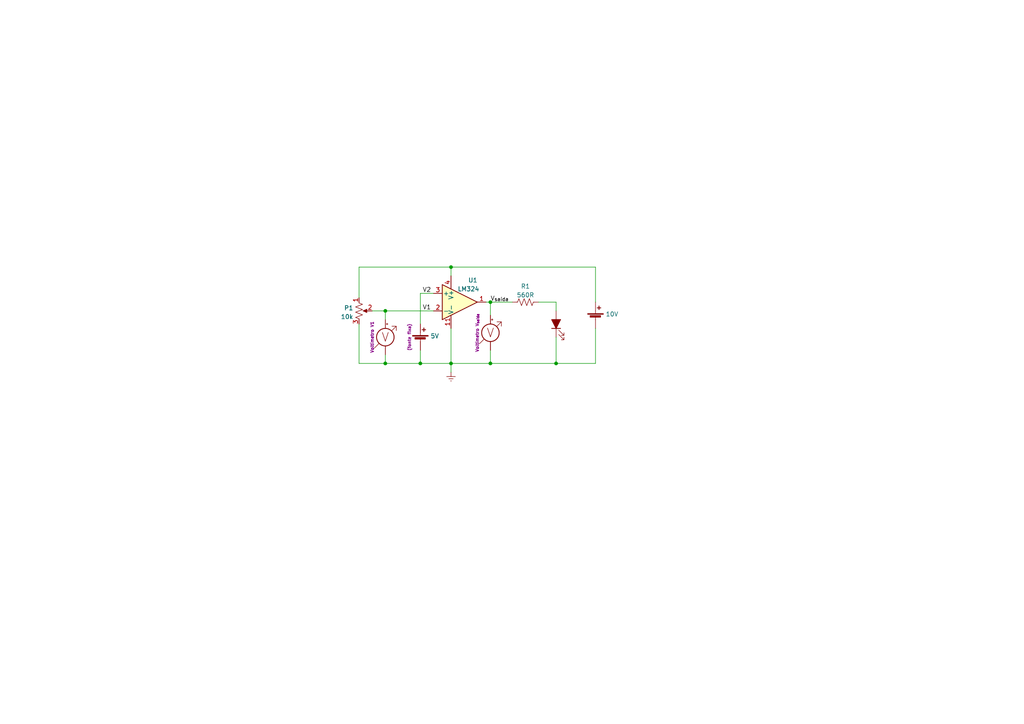
<source format=kicad_sch>
(kicad_sch (version 20211123) (generator eeschema)
  (paper "A4")
  (lib_symbols
    (symbol "Device:Battery_Cell" (pin_numbers hide) (pin_names (offset 0) hide)
      (property "Reference" "BT" (at 2.54 2.54 0))
      (property "Value" "Battery_Cell" (at 2.54 0 0))
      (symbol "Battery_Cell_0_1"
        (rectangle (start -2.286 1.778) (end 2.286 1.524) (fill (type outline)))
        (rectangle (start -1.5748 1.1938) (end 1.4732 0.6858) (fill (type outline)))
        (polyline (pts (xy 0 0.762) (xy 0 0)))
        (polyline (pts (xy 0 1.778) (xy 0 2.54)))
        (polyline (pts (xy 0.508 3.429) (xy 1.524 3.429)) (stroke (width 0.254)))
        (polyline (pts (xy 1.016 3.937) (xy 1.016 2.921)) (stroke (width 0.254)))
      )
      (symbol "Battery_Cell_1_1"
        (pin passive line (at 0 5.08 270) (length 2.54) (name "+") (number "1"))
        (pin passive line (at 0 -2.54 90) (length 2.54) (name "-") (number "2"))
      )
    )
    (symbol "Device:LED_Filled" (pin_numbers hide) (pin_names (offset 1.016) hide)
      (property "Reference" "D" (at 0 2.54 0))
      (property "Value" "LED_Filled" (at 0 -2.54 0))
      (symbol "LED_Filled_0_1"
        (polyline (pts (xy -1.27 -1.27) (xy -1.27 1.27)) (stroke (width 0.254)))
        (polyline (pts (xy -1.27 0) (xy 1.27 0)))
        (polyline (pts (xy 1.27 -1.27) (xy 1.27 1.27) (xy -1.27 0) (xy 1.27 -1.27)) (stroke (width 0.254)) (fill (type outline)))
        (polyline (pts (xy -3.048 -0.762) (xy -4.572 -2.286) (xy -3.81 -2.286) (xy -4.572 -2.286) (xy -4.572 -1.524)))
        (polyline (pts (xy -1.778 -0.762) (xy -3.302 -2.286) (xy -2.54 -2.286) (xy -3.302 -2.286) (xy -3.302 -1.524)))
      )
      (symbol "LED_Filled_1_1"
        (pin passive line (at -3.81 0 0) (length 2.54) (name "K") (number "1"))
        (pin passive line (at 3.81 0 180) (length 2.54) (name "A") (number "2"))
      )
    )
    (symbol "Device:R_Potentiometer_US" (pin_names (offset 1.016) hide)
      (property "Reference" "RV" (at -4.445 0 90))
      (property "Value" "R_Potentiometer_US" (at -2.54 0 90))
      (symbol "R_Potentiometer_US_0_1"
        (polyline (pts (xy 0 -2.286) (xy 0 -2.54)))
        (polyline (pts (xy 0 2.54) (xy 0 2.286)))
        (polyline (pts (xy 2.54 0) (xy 1.524 0)))
        (polyline (pts (xy 1.143 0) (xy 2.286 0.508) (xy 2.286 -0.508) (xy 1.143 0)) (fill (type outline)))
        (polyline (pts (xy 0 -0.762) (xy 1.016 -1.143) (xy 0 -1.524) (xy -1.016 -1.905) (xy 0 -2.286)))
        (polyline (pts (xy 0 0.762) (xy 1.016 0.381) (xy 0 0) (xy -1.016 -0.381) (xy 0 -0.762)))
        (polyline (pts (xy 0 2.286) (xy 1.016 1.905) (xy 0 1.524) (xy -1.016 1.143) (xy 0 0.762)))
      )
      (symbol "R_Potentiometer_US_1_1"
        (pin passive line (at 0 3.81 270) (length 1.27) (name "1") (number "1"))
        (pin passive line (at 3.81 0 180) (length 1.27) (name "2") (number "2"))
        (pin passive line (at 0 -3.81 90) (length 1.27) (name "3") (number "3"))
      )
    )
    (symbol "Device:R_US" (pin_numbers hide) (pin_names (offset 0))
      (property "Reference" "R" (at 2.54 0 90))
      (property "Value" "R_US" (at -2.54 0 90))
      (symbol "R_US_0_1"
        (polyline (pts (xy 0 -2.286) (xy 0 -2.54)))
        (polyline (pts (xy 0 2.286) (xy 0 2.54)))
        (polyline (pts (xy 0 -0.762) (xy 1.016 -1.143) (xy 0 -1.524) (xy -1.016 -1.905) (xy 0 -2.286)))
        (polyline (pts (xy 0 0.762) (xy 1.016 0.381) (xy 0 0) (xy -1.016 -0.381) (xy 0 -0.762)))
        (polyline (pts (xy 0 2.286) (xy 1.016 1.905) (xy 0 1.524) (xy -1.016 1.143) (xy 0 0.762)))
      )
      (symbol "R_US_1_1"
        (pin passive line (at 0 3.81 270) (length 1.27) (name "~") (number "1"))
        (pin passive line (at 0 -3.81 90) (length 1.27) (name "~") (number "2"))
      )
    )
    (symbol "Device:Voltmeter_DC" (pin_numbers hide) (pin_names (offset 0.0254) hide)
      (property "Reference" "MES" (at -3.302 1.016 0))
      (property "Value" "Voltmeter_DC" (at -3.302 -0.762 0))
      (symbol "Voltmeter_DC_0_0"
        (polyline (pts (xy -3.175 -3.175) (xy -1.905 -1.905)))
        (polyline (pts (xy 1.905 1.905) (xy 3.175 3.175)))
        (polyline (pts (xy 1.905 3.175) (xy 3.175 3.175) (xy 3.175 1.905)))
        (text "V" (at 0 0 0) (effects (font (size 2.54 2.54))))
      )
      (symbol "Voltmeter_DC_0_1"
        (polyline (pts (xy 0.254 3.81) (xy 0.762 3.81)))
        (polyline (pts (xy 0.508 4.064) (xy 0.508 3.556)))
        (circle (center 0 0) (radius 2.54) (stroke (width 0.254)))
      )
      (symbol "Voltmeter_DC_1_1"
        (pin passive line (at 0 -5.08 90) (length 2.54) (name "-") (number "1"))
        (pin passive line (at 0 5.08 270) (length 2.54) (name "+") (number "2"))
      )
    )
    (symbol "power:Earth" (power) (pin_names (offset 0))
      (symbol "Earth_0_1"
        (polyline (pts (xy -0.635 -1.905) (xy 0.635 -1.905)))
        (polyline (pts (xy -0.127 -2.54) (xy 0.127 -2.54)))
        (polyline (pts (xy 0 -1.27) (xy 0 0)))
        (polyline (pts (xy 1.27 -1.27) (xy -1.27 -1.27)))
      )
      (symbol "Earth_1_1"
        (pin power_in line (at 0 0 270) (length 0) hide (name "Earth") (number "1"))
      )
    )
    (symbol "pspice:OPAMP" (pin_names (offset 0.254))
      (property "Value" "OPAMP" (at 2.54 3.81 0))
      (symbol "OPAMP_0_1"
        (polyline (pts (xy 5.08 0) (xy -5.08 5.08) (xy -5.08 -5.08) (xy 5.08 0)) (stroke (width 0.254)) (fill (type background)))
      )
      (symbol "OPAMP_1_1"
        (pin output line (at 7.62 0 180) (length 2.54) (name "~") (number "1"))
        (pin power_in line (at -2.54 -7.62 90) (length 3.81) (name "V-") (number "11"))
        (pin input line (at -7.62 -2.54 0) (length 2.54) (name "-") (number "2"))
        (pin input line (at -7.62 2.54 0) (length 2.54) (name "+") (number "3"))
        (pin power_in line (at -2.54 7.62 270) (length 3.81) (name "V+") (number "4"))
      )
    )
  )
  (junction (at 121.92 105.41))
  (junction (at 111.76 90.17))
  (junction (at 130.81 105.41))
  (junction (at 142.24 87.63))
  (junction (at 161.29 105.41))
  (junction (at 111.76 105.41))
  (junction (at 142.24 105.41))
  (junction (at 130.81 77.47))
  (wire (pts (xy 104.14 93.98) (xy 104.14 105.41)))
  (wire (pts (xy 104.14 105.41) (xy 111.76 105.41)))
  (wire (pts (xy 142.24 87.63) (xy 142.24 91.44)))
  (wire (pts (xy 130.81 80.01) (xy 130.81 77.47)))
  (wire (pts (xy 140.97 87.63) (xy 142.24 87.63)))
  (wire (pts (xy 130.81 105.41) (xy 142.24 105.41)))
  (wire (pts (xy 130.81 107.95) (xy 130.81 105.41)))
  (wire (pts (xy 121.92 85.09) (xy 125.73 85.09)))
  (wire (pts (xy 111.76 102.87) (xy 111.76 105.41)))
  (wire (pts (xy 161.29 87.63) (xy 161.29 90.17)))
  (wire (pts (xy 172.72 95.25) (xy 172.72 105.41)))
  (wire (pts (xy 111.76 90.17) (xy 107.95 90.17)))
  (wire (pts (xy 121.92 105.41) (xy 130.81 105.41)))
  (wire (pts (xy 130.81 77.47) (xy 172.72 77.47)))
  (wire (pts (xy 121.92 101.6) (xy 121.92 105.41)))
  (wire (pts (xy 142.24 101.6) (xy 142.24 105.41)))
  (wire (pts (xy 161.29 97.79) (xy 161.29 105.41)))
  (wire (pts (xy 142.24 105.41) (xy 161.29 105.41)))
  (wire (pts (xy 111.76 105.41) (xy 121.92 105.41)))
  (wire (pts (xy 142.24 87.63) (xy 148.59 87.63)))
  (wire (pts (xy 104.14 77.47) (xy 130.81 77.47)))
  (wire (pts (xy 111.76 90.17) (xy 111.76 92.71)))
  (wire (pts (xy 156.21 87.63) (xy 161.29 87.63)))
  (wire (pts (xy 104.14 77.47) (xy 104.14 86.36)))
  (wire (pts (xy 172.72 77.47) (xy 172.72 87.63)))
  (wire (pts (xy 130.81 95.25) (xy 130.81 105.41)))
  (wire (pts (xy 111.76 90.17) (xy 125.73 90.17)))
  (wire (pts (xy 161.29 105.41) (xy 172.72 105.41)))
  (wire (pts (xy 121.92 85.09) (xy 121.92 93.98)))
  (label "V_{saída}" (at 142.24 87.63 0))
  (label "V1" (at 122.555 90.17 0))
  (label "V2" (at 122.555 85.09 0))
  (symbol (lib_id "Device:R_Potentiometer_US") (at 104.14 90.17 0) (unit 1)
    (property "Reference" "P1" (at 102.4891 89.3353 0) (effects (justify right)))
    (property "Value" "10k" (at 102.4891 91.8722 0) (effects (justify right)))
  )
  (symbol (lib_id "Device:Voltmeter_DC") (at 111.76 97.79 0) (unit 1)
    (property "Reference" "MES1" (effects hide))
    (property "Value" "Voltmeter_DC" (effects hide))
    (property "Observação" "Voltímetro V1" (at 107.95 97.79 90) (effects (font (size 0.889 0.889))))
  )
  (symbol (lib_id "pspice:OPAMP") (at 133.35 87.63 0) (unit 1)
    (property "Reference" "U1" (at 137.16 81.28 0))
    (property "Value" "LM324" (at 135.89 83.82 0))
  )
  (symbol (lib_id "Device:Battery_Cell") (at 172.72 92.71 0) (unit 1)
    (property "Reference" "BT2" (effects hide))
    (property "Value" "10V" (at 175.641 91.1118 0) (effects (justify left)))
    (property "Observação" "(fonte da bancada)" (effects hide))
  )
  (symbol (lib_id "Device:LED_Filled") (at 161.29 93.98 90) (unit 1)
    (property "Reference" "D1" (effects hide))
    (property "Value" "LED" (effects hide))
  )
  (symbol (lib_id "Device:R_US") (at 152.4 87.63 90) (unit 1)
    (property "Reference" "R1" (at 152.4 83.0412 90))
    (property "Value" "560R" (at 152.4 85.5781 90))
  )
  (symbol (lib_id "power:Earth") (at 130.81 107.95 0) (unit 1)
    (property "Reference" "#PWR01" (effects hide))
    (property "Value" "Earth" (effects hide))
  )
  (symbol (lib_id "Device:Voltmeter_DC") (at 142.24 96.52 0) (unit 1)
    (property "Reference" "MES2" (effects hide))
    (property "Value" "Voltmeter_DC" (effects hide))
    (property "Observação" "Voltímetro V_{saída}" (at 138.43 96.52 90) (effects (font (size 0.889 0.889))))
  )
  (symbol (lib_id "Device:Battery_Cell") (at 121.92 99.06 0) (unit 1)
    (property "Reference" "BT1" (effects hide))
    (property "Value" "5V" (at 124.841 97.4618 0) (effects (justify left)))
    (property "Observação" "(fonte fixa)" (at 118.745 97.79 90) (effects (font (size 0.889 0.889))))
  )
)
</source>
